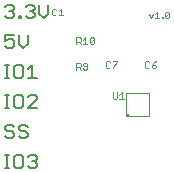
<source format=gtl>
G75*
%MOIN*%
%OFA0B0*%
%FSLAX25Y25*%
%IPPOS*%
%LPD*%
%AMOC8*
5,1,8,0,0,1.08239X$1,22.5*
%
%ADD10C,0.00300*%
%ADD11C,0.00200*%
%ADD12C,0.00500*%
%ADD13C,0.00394*%
%ADD14C,0.00118*%
D10*
X0078851Y0064450D02*
X0079551Y0065851D01*
X0080360Y0065851D02*
X0081060Y0066552D01*
X0081060Y0064450D01*
X0080360Y0064450D02*
X0081761Y0064450D01*
X0082570Y0064450D02*
X0082570Y0064800D01*
X0082920Y0064800D01*
X0082920Y0064450D01*
X0082570Y0064450D01*
X0083675Y0064800D02*
X0085076Y0066201D01*
X0085076Y0064800D01*
X0084726Y0064450D01*
X0084025Y0064450D01*
X0083675Y0064800D01*
X0083675Y0066201D01*
X0084025Y0066552D01*
X0084726Y0066552D01*
X0085076Y0066201D01*
X0078851Y0064450D02*
X0078150Y0065851D01*
D11*
X0059988Y0057735D02*
X0059988Y0056267D01*
X0059621Y0055900D01*
X0058887Y0055900D01*
X0058520Y0056267D01*
X0059988Y0057735D01*
X0059621Y0058102D01*
X0058887Y0058102D01*
X0058520Y0057735D01*
X0058520Y0056267D01*
X0057778Y0055900D02*
X0056310Y0055900D01*
X0057044Y0055900D02*
X0057044Y0058102D01*
X0056310Y0057368D01*
X0055568Y0057735D02*
X0055568Y0057001D01*
X0055201Y0056634D01*
X0054100Y0056634D01*
X0054834Y0056634D02*
X0055568Y0055900D01*
X0054100Y0055900D02*
X0054100Y0058102D01*
X0055201Y0058102D01*
X0055568Y0057735D01*
X0049628Y0065459D02*
X0048160Y0065459D01*
X0048894Y0065459D02*
X0048894Y0067661D01*
X0048160Y0066927D01*
X0047418Y0067294D02*
X0047051Y0067661D01*
X0046317Y0067661D01*
X0045950Y0067294D01*
X0045950Y0065826D01*
X0046317Y0065459D01*
X0047051Y0065459D01*
X0047418Y0065826D01*
X0063950Y0049794D02*
X0064317Y0050161D01*
X0065051Y0050161D01*
X0065418Y0049794D01*
X0066160Y0050161D02*
X0067628Y0050161D01*
X0067628Y0049794D01*
X0066160Y0048326D01*
X0066160Y0047959D01*
X0065418Y0048326D02*
X0065051Y0047959D01*
X0064317Y0047959D01*
X0063950Y0048326D01*
X0063950Y0049794D01*
X0057778Y0049235D02*
X0057778Y0047767D01*
X0057411Y0047400D01*
X0056677Y0047400D01*
X0056310Y0047767D01*
X0056677Y0048501D02*
X0057778Y0048501D01*
X0057778Y0049235D02*
X0057411Y0049602D01*
X0056677Y0049602D01*
X0056310Y0049235D01*
X0056310Y0048868D01*
X0056677Y0048501D01*
X0055568Y0048501D02*
X0055568Y0049235D01*
X0055201Y0049602D01*
X0054100Y0049602D01*
X0054100Y0047400D01*
X0054100Y0048134D02*
X0055201Y0048134D01*
X0055568Y0048501D01*
X0054834Y0048134D02*
X0055568Y0047400D01*
X0066194Y0039795D02*
X0066194Y0037960D01*
X0066561Y0037593D01*
X0067295Y0037593D01*
X0067662Y0037960D01*
X0067662Y0039795D01*
X0068404Y0039061D02*
X0069138Y0039795D01*
X0069138Y0037593D01*
X0068404Y0037593D02*
X0069872Y0037593D01*
X0077317Y0047959D02*
X0078051Y0047959D01*
X0078418Y0048326D01*
X0079160Y0048326D02*
X0079160Y0049060D01*
X0080261Y0049060D01*
X0080628Y0048693D01*
X0080628Y0048326D01*
X0080261Y0047959D01*
X0079527Y0047959D01*
X0079160Y0048326D01*
X0079160Y0049060D02*
X0079894Y0049794D01*
X0080628Y0050161D01*
X0078418Y0049794D02*
X0078051Y0050161D01*
X0077317Y0050161D01*
X0076950Y0049794D01*
X0076950Y0048326D01*
X0077317Y0047959D01*
D12*
X0031751Y0014550D02*
X0030250Y0014550D01*
X0031001Y0014550D02*
X0031001Y0019054D01*
X0031751Y0019054D02*
X0030250Y0019054D01*
X0033319Y0018303D02*
X0033319Y0015301D01*
X0034070Y0014550D01*
X0035571Y0014550D01*
X0036322Y0015301D01*
X0036322Y0018303D01*
X0035571Y0019054D01*
X0034070Y0019054D01*
X0033319Y0018303D01*
X0037923Y0018303D02*
X0038674Y0019054D01*
X0040175Y0019054D01*
X0040926Y0018303D01*
X0040926Y0017553D01*
X0040175Y0016802D01*
X0040926Y0016051D01*
X0040926Y0015301D01*
X0040175Y0014550D01*
X0038674Y0014550D01*
X0037923Y0015301D01*
X0039424Y0016802D02*
X0040175Y0016802D01*
X0037106Y0024550D02*
X0035605Y0024550D01*
X0034854Y0025301D01*
X0033253Y0025301D02*
X0033253Y0026051D01*
X0032502Y0026802D01*
X0031001Y0026802D01*
X0030250Y0027553D01*
X0030250Y0028303D01*
X0031001Y0029054D01*
X0032502Y0029054D01*
X0033253Y0028303D01*
X0034854Y0028303D02*
X0034854Y0027553D01*
X0035605Y0026802D01*
X0037106Y0026802D01*
X0037856Y0026051D01*
X0037856Y0025301D01*
X0037106Y0024550D01*
X0033253Y0025301D02*
X0032502Y0024550D01*
X0031001Y0024550D01*
X0030250Y0025301D01*
X0034854Y0028303D02*
X0035605Y0029054D01*
X0037106Y0029054D01*
X0037856Y0028303D01*
X0037923Y0034550D02*
X0040926Y0037553D01*
X0040926Y0038303D01*
X0040175Y0039054D01*
X0038674Y0039054D01*
X0037923Y0038303D01*
X0036322Y0038303D02*
X0035571Y0039054D01*
X0034070Y0039054D01*
X0033319Y0038303D01*
X0033319Y0035301D01*
X0034070Y0034550D01*
X0035571Y0034550D01*
X0036322Y0035301D01*
X0036322Y0038303D01*
X0031751Y0039054D02*
X0030250Y0039054D01*
X0031001Y0039054D02*
X0031001Y0034550D01*
X0031751Y0034550D02*
X0030250Y0034550D01*
X0037923Y0034550D02*
X0040926Y0034550D01*
X0040926Y0044550D02*
X0037923Y0044550D01*
X0039424Y0044550D02*
X0039424Y0049054D01*
X0037923Y0047553D01*
X0036322Y0048303D02*
X0035571Y0049054D01*
X0034070Y0049054D01*
X0033319Y0048303D01*
X0033319Y0045301D01*
X0034070Y0044550D01*
X0035571Y0044550D01*
X0036322Y0045301D01*
X0036322Y0048303D01*
X0031751Y0049054D02*
X0030250Y0049054D01*
X0031001Y0049054D02*
X0031001Y0044550D01*
X0031751Y0044550D02*
X0030250Y0044550D01*
X0031001Y0054550D02*
X0030250Y0055301D01*
X0031001Y0054550D02*
X0032502Y0054550D01*
X0033253Y0055301D01*
X0033253Y0056802D01*
X0032502Y0057553D01*
X0031751Y0057553D01*
X0030250Y0056802D01*
X0030250Y0059054D01*
X0033253Y0059054D01*
X0034854Y0059054D02*
X0034854Y0056051D01*
X0036355Y0054550D01*
X0037856Y0056051D01*
X0037856Y0059054D01*
X0037907Y0064550D02*
X0037156Y0065301D01*
X0037907Y0064550D02*
X0039408Y0064550D01*
X0040158Y0065301D01*
X0040158Y0066051D01*
X0039408Y0066802D01*
X0038657Y0066802D01*
X0039408Y0066802D02*
X0040158Y0067553D01*
X0040158Y0068303D01*
X0039408Y0069054D01*
X0037907Y0069054D01*
X0037156Y0068303D01*
X0035605Y0065301D02*
X0034854Y0065301D01*
X0034854Y0064550D01*
X0035605Y0064550D01*
X0035605Y0065301D01*
X0033253Y0065301D02*
X0032502Y0064550D01*
X0031001Y0064550D01*
X0030250Y0065301D01*
X0031751Y0066802D02*
X0032502Y0066802D01*
X0033253Y0066051D01*
X0033253Y0065301D01*
X0032502Y0066802D02*
X0033253Y0067553D01*
X0033253Y0068303D01*
X0032502Y0069054D01*
X0031001Y0069054D01*
X0030250Y0068303D01*
X0041760Y0069054D02*
X0041760Y0066051D01*
X0043261Y0064550D01*
X0044762Y0066051D01*
X0044762Y0069054D01*
D13*
X0070563Y0039737D02*
X0078437Y0039737D01*
X0078437Y0031863D01*
X0070563Y0031863D01*
X0070563Y0039737D01*
D14*
X0070858Y0032355D02*
X0070860Y0032382D01*
X0070866Y0032409D01*
X0070875Y0032435D01*
X0070888Y0032459D01*
X0070904Y0032482D01*
X0070923Y0032501D01*
X0070945Y0032518D01*
X0070969Y0032532D01*
X0070994Y0032542D01*
X0071021Y0032549D01*
X0071048Y0032552D01*
X0071076Y0032551D01*
X0071103Y0032546D01*
X0071129Y0032538D01*
X0071153Y0032526D01*
X0071176Y0032510D01*
X0071197Y0032492D01*
X0071214Y0032471D01*
X0071229Y0032447D01*
X0071240Y0032422D01*
X0071248Y0032396D01*
X0071252Y0032369D01*
X0071252Y0032341D01*
X0071248Y0032314D01*
X0071240Y0032288D01*
X0071229Y0032263D01*
X0071214Y0032239D01*
X0071197Y0032218D01*
X0071176Y0032200D01*
X0071154Y0032184D01*
X0071129Y0032172D01*
X0071103Y0032164D01*
X0071076Y0032159D01*
X0071048Y0032158D01*
X0071021Y0032161D01*
X0070994Y0032168D01*
X0070969Y0032178D01*
X0070945Y0032192D01*
X0070923Y0032209D01*
X0070904Y0032228D01*
X0070888Y0032251D01*
X0070875Y0032275D01*
X0070866Y0032301D01*
X0070860Y0032328D01*
X0070858Y0032355D01*
M02*

</source>
